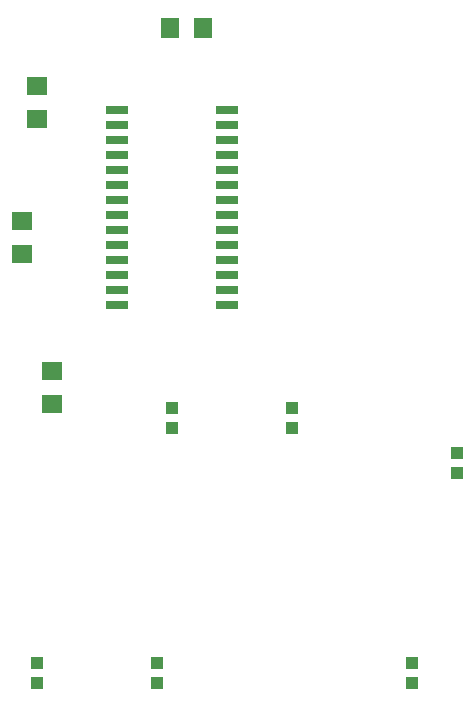
<source format=gtp>
G04 EAGLE Gerber RS-274X export*
G75*
%MOMM*%
%FSLAX34Y34*%
%LPD*%
%INSolderpaste Top*%
%IPPOS*%
%AMOC8*
5,1,8,0,0,1.08239X$1,22.5*%
G01*
%ADD10R,1.800000X1.600000*%
%ADD11R,1.890000X0.650000*%
%ADD12R,1.000000X1.100000*%
%ADD13R,1.600000X1.800000*%


D10*
X368300Y595600D03*
X368300Y623600D03*
X381000Y382300D03*
X381000Y354300D03*
X355600Y509300D03*
X355600Y481300D03*
D11*
X435800Y603250D03*
X435800Y590550D03*
X435800Y577850D03*
X435800Y565150D03*
X435800Y552450D03*
X435800Y539750D03*
X435800Y527050D03*
X435800Y514350D03*
X435800Y501650D03*
X435800Y488950D03*
X435800Y476250D03*
X435800Y463550D03*
X435800Y450850D03*
X435800Y438150D03*
X529400Y438150D03*
X529400Y450850D03*
X529400Y463550D03*
X529400Y476250D03*
X529400Y488950D03*
X529400Y501650D03*
X529400Y514350D03*
X529400Y527050D03*
X529400Y539750D03*
X529400Y552450D03*
X529400Y565150D03*
X529400Y577850D03*
X529400Y590550D03*
X529400Y603250D03*
D12*
X482600Y351400D03*
X482600Y334400D03*
X469900Y135500D03*
X469900Y118500D03*
X723900Y313300D03*
X723900Y296300D03*
X584200Y351400D03*
X584200Y334400D03*
X368300Y135500D03*
X368300Y118500D03*
X685800Y135500D03*
X685800Y118500D03*
D13*
X509300Y673100D03*
X481300Y673100D03*
M02*

</source>
